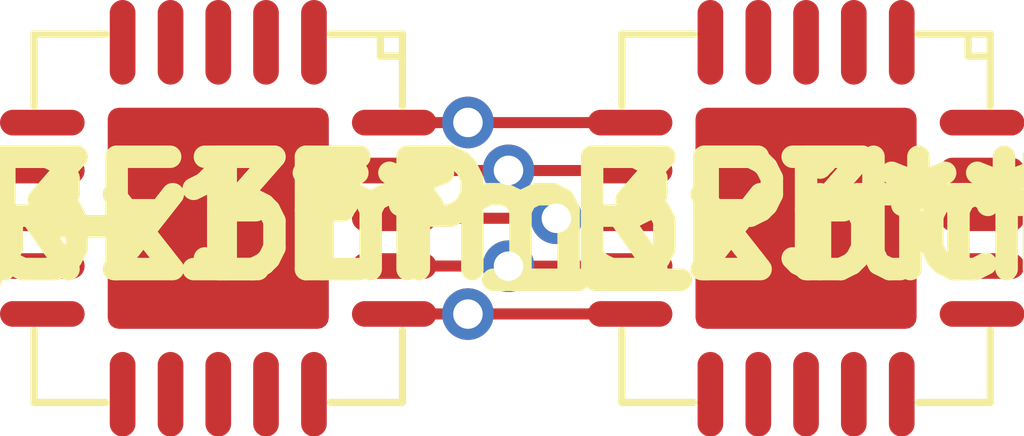
<source format=kicad_pcb>
(kicad_pcb (version 4) (host pcbnew 4.1.0-alpha+201608131231+7028~46~ubuntu16.04.1-product)

  (general
    (links 0)
    (no_connects 0)
    (area 64.484286 97.98836 112.715715 104.31164)
    (thickness 1.6)
    (drawings 0)
    (tracks 24)
    (zones 0)
    (modules 2)
    (nets 1)
  )

  (page A4)
  (layers
    (0 F.Cu signal)
    (31 B.Cu signal)
    (32 B.Adhes user)
    (33 F.Adhes user)
    (34 B.Paste user)
    (35 F.Paste user)
    (36 B.SilkS user hide)
    (37 F.SilkS user hide)
    (38 B.Mask user hide)
    (39 F.Mask user hide)
    (40 Dwgs.User user hide)
    (41 Cmts.User user)
    (42 Eco1.User user)
    (43 Eco2.User user)
    (44 Edge.Cuts user)
    (45 Margin user)
    (46 B.CrtYd user hide)
    (47 F.CrtYd user hide)
    (48 B.Fab user)
    (49 F.Fab user hide)
  )

  (setup
    (last_trace_width 0.25)
    (trace_clearance 0.2)
    (zone_clearance 0.508)
    (zone_45_only no)
    (trace_min 0.2)
    (segment_width 0.2)
    (edge_width 0.15)
    (via_size 0.8)
    (via_drill 0.4)
    (via_min_size 0.4)
    (via_min_drill 0.3)
    (uvia_size 0.3)
    (uvia_drill 0.1)
    (uvias_allowed no)
    (uvia_min_size 0.2)
    (uvia_min_drill 0.1)
    (pcb_text_width 0.3)
    (pcb_text_size 1.5 1.5)
    (mod_edge_width 0.15)
    (mod_text_size 1 1)
    (mod_text_width 0.15)
    (pad_size 3 3)
    (pad_drill 0)
    (pad_to_mask_clearance 0.2)
    (aux_axis_origin 0 0)
    (visible_elements FFFFFF7F)
    (pcbplotparams
      (layerselection 0x00030_ffffffff)
      (usegerberextensions false)
      (excludeedgelayer true)
      (linewidth 0.100000)
      (plotframeref false)
      (viasonmask false)
      (mode 1)
      (useauxorigin false)
      (hpglpennumber 1)
      (hpglpenspeed 20)
      (hpglpendiameter 15)
      (psnegative false)
      (psa4output false)
      (plotreference true)
      (plotvalue true)
      (plotinvisibletext false)
      (padsonsilk false)
      (subtractmaskfromsilk false)
      (outputformat 1)
      (mirror false)
      (drillshape 0)
      (scaleselection 1)
      (outputdirectory gerber))
  )

  (net 0 "")

  (net_class Default "This is the default net class."
    (clearance 0.2)
    (trace_width 0.25)
    (via_dia 0.8)
    (via_drill 0.4)
    (uvia_dia 0.3)
    (uvia_drill 0.1)
  )

  (module tinkerforge-libraries:QFN-20-5x5 (layer F.Cu) (tedit 57B37B57) (tstamp 57C2E0A5)
    (at 84.6124 101.15 180)
    (fp_text reference REF** (at 0 0 180) (layer F.SilkS)
      (effects (font (thickness 0.3048)))
    )
    (fp_text value QFN-16-1EP_3x3mm_Pitch0.5mm (at 0 0 180) (layer F.SilkS)
      (effects (font (thickness 0.3048)))
    )
    (fp_line (start -2.49936 -2.49936) (end -1.524 -2.49936) (layer F.SilkS) (width 0.09906))
    (fp_line (start 1.524 -2.49936) (end 2.49936 -2.49936) (layer F.SilkS) (width 0.09906))
    (fp_line (start 2.49936 -2.49936) (end 2.49936 -1.524) (layer F.SilkS) (width 0.09906))
    (fp_line (start 2.49936 1.524) (end 2.49936 2.49936) (layer F.SilkS) (width 0.09906))
    (fp_line (start -2.49936 2.49936) (end -1.524 2.49936) (layer F.SilkS) (width 0.09906))
    (fp_line (start 1.524 2.49936) (end 2.49936 2.49936) (layer F.SilkS) (width 0.09906))
    (fp_line (start -2.49936 -2.49936) (end -2.49936 -1.524) (layer F.SilkS) (width 0.09906))
    (fp_line (start -2.49936 1.524) (end -2.49936 2.49936) (layer F.SilkS) (width 0.09906))
    (fp_line (start -2.49936 2.19964) (end -2.19964 2.19964) (layer F.SilkS) (width 0.09906))
    (fp_line (start -2.19964 2.19964) (end -2.19964 2.49936) (layer F.SilkS) (width 0.09906))
    (pad 1 smd oval (at -1.29794 2.3876) (size 0.34798 1.14808) (layers F.Cu F.Paste F.Mask))
    (pad 2 smd oval (at -0.6477 2.3876) (size 0.34798 1.14808) (layers F.Cu F.Paste F.Mask))
    (pad 3 smd oval (at 0 2.3876) (size 0.34798 1.14808) (layers F.Cu F.Paste F.Mask))
    (pad 4 smd oval (at 0.6477 2.3876) (size 0.34798 1.14808) (layers F.Cu F.Paste F.Mask))
    (pad 5 smd oval (at 1.29794 2.3876) (size 0.34798 1.14808) (layers F.Cu F.Paste F.Mask))
    (pad 6 smd oval (at 2.3876 1.29794 90) (size 0.34798 1.14808) (layers F.Cu F.Paste F.Mask))
    (pad 7 smd oval (at 2.3876 0.6477 90) (size 0.34798 1.14808) (layers F.Cu F.Paste F.Mask))
    (pad 8 smd oval (at 2.3876 0 90) (size 0.34798 1.14808) (layers F.Cu F.Paste F.Mask))
    (pad 9 smd oval (at 2.3876 -0.6477 90) (size 0.34798 1.14808) (layers F.Cu F.Paste F.Mask))
    (pad 10 smd oval (at 2.3876 -1.29794 90) (size 0.34798 1.14808) (layers F.Cu F.Paste F.Mask))
    (pad 11 smd oval (at 1.29794 -2.3876 180) (size 0.34798 1.14808) (layers F.Cu F.Paste F.Mask))
    (pad 12 smd oval (at 0.6477 -2.3876 180) (size 0.34798 1.14808) (layers F.Cu F.Paste F.Mask))
    (pad 13 smd oval (at 0 -2.3876 180) (size 0.34798 1.14808) (layers F.Cu F.Paste F.Mask))
    (pad 14 smd oval (at -0.6477 -2.3876 180) (size 0.34798 1.14808) (layers F.Cu F.Paste F.Mask))
    (pad 15 smd oval (at -1.29794 -2.3876 180) (size 0.34798 1.14808) (layers F.Cu F.Paste F.Mask))
    (pad 16 smd oval (at -2.3876 -1.29794 270) (size 0.34798 1.14808) (layers F.Cu F.Paste F.Mask))
    (pad 17 smd oval (at -2.3876 -0.6477 270) (size 0.34798 1.14808) (layers F.Cu F.Paste F.Mask))
    (pad 18 smd oval (at -2.3876 0 270) (size 0.34798 1.14808) (layers F.Cu F.Paste F.Mask))
    (pad 19 smd oval (at -2.3876 0.6477 270) (size 0.34798 1.14808) (layers F.Cu F.Paste F.Mask))
    (pad 20 smd oval (at -2.3876 1.29794 270) (size 0.34798 1.14808) (layers F.Cu F.Paste F.Mask))
    (pad EP smd roundrect (at 0 0 180) (size 3 3) (layers F.Cu F.Paste F.Mask)(roundrect_rratio 0.05))
  )

  (module tinkerforge-libraries:QFN-20-5x5 (layer F.Cu) (tedit 57B37B57) (tstamp 57BEC41E)
    (at 92.5876 101.15 180)
    (fp_text reference REF** (at 0 0 180) (layer F.SilkS)
      (effects (font (thickness 0.3048)))
    )
    (fp_text value QFN-16-1EP_3x3mm_Pitch0.5mm (at 0 0 180) (layer F.SilkS)
      (effects (font (thickness 0.3048)))
    )
    (fp_line (start -2.49936 -2.49936) (end -1.524 -2.49936) (layer F.SilkS) (width 0.09906))
    (fp_line (start 1.524 -2.49936) (end 2.49936 -2.49936) (layer F.SilkS) (width 0.09906))
    (fp_line (start 2.49936 -2.49936) (end 2.49936 -1.524) (layer F.SilkS) (width 0.09906))
    (fp_line (start 2.49936 1.524) (end 2.49936 2.49936) (layer F.SilkS) (width 0.09906))
    (fp_line (start -2.49936 2.49936) (end -1.524 2.49936) (layer F.SilkS) (width 0.09906))
    (fp_line (start 1.524 2.49936) (end 2.49936 2.49936) (layer F.SilkS) (width 0.09906))
    (fp_line (start -2.49936 -2.49936) (end -2.49936 -1.524) (layer F.SilkS) (width 0.09906))
    (fp_line (start -2.49936 1.524) (end -2.49936 2.49936) (layer F.SilkS) (width 0.09906))
    (fp_line (start -2.49936 2.19964) (end -2.19964 2.19964) (layer F.SilkS) (width 0.09906))
    (fp_line (start -2.19964 2.19964) (end -2.19964 2.49936) (layer F.SilkS) (width 0.09906))
    (pad 1 smd oval (at -1.29794 2.3876) (size 0.34798 1.14808) (layers F.Cu F.Paste F.Mask))
    (pad 2 smd oval (at -0.6477 2.3876) (size 0.34798 1.14808) (layers F.Cu F.Paste F.Mask))
    (pad 3 smd oval (at 0 2.3876) (size 0.34798 1.14808) (layers F.Cu F.Paste F.Mask))
    (pad 4 smd oval (at 0.6477 2.3876) (size 0.34798 1.14808) (layers F.Cu F.Paste F.Mask))
    (pad 5 smd oval (at 1.29794 2.3876) (size 0.34798 1.14808) (layers F.Cu F.Paste F.Mask))
    (pad 6 smd oval (at 2.3876 1.29794 90) (size 0.34798 1.14808) (layers F.Cu F.Paste F.Mask))
    (pad 7 smd oval (at 2.3876 0.6477 90) (size 0.34798 1.14808) (layers F.Cu F.Paste F.Mask))
    (pad 8 smd oval (at 2.3876 0 90) (size 0.34798 1.14808) (layers F.Cu F.Paste F.Mask))
    (pad 9 smd oval (at 2.3876 -0.6477 90) (size 0.34798 1.14808) (layers F.Cu F.Paste F.Mask))
    (pad 10 smd oval (at 2.3876 -1.29794 90) (size 0.34798 1.14808) (layers F.Cu F.Paste F.Mask))
    (pad 11 smd oval (at 1.29794 -2.3876 180) (size 0.34798 1.14808) (layers F.Cu F.Paste F.Mask))
    (pad 12 smd oval (at 0.6477 -2.3876 180) (size 0.34798 1.14808) (layers F.Cu F.Paste F.Mask))
    (pad 13 smd oval (at 0 -2.3876 180) (size 0.34798 1.14808) (layers F.Cu F.Paste F.Mask))
    (pad 14 smd oval (at -0.6477 -2.3876 180) (size 0.34798 1.14808) (layers F.Cu F.Paste F.Mask))
    (pad 15 smd oval (at -1.29794 -2.3876 180) (size 0.34798 1.14808) (layers F.Cu F.Paste F.Mask))
    (pad 16 smd oval (at -2.3876 -1.29794 270) (size 0.34798 1.14808) (layers F.Cu F.Paste F.Mask))
    (pad 17 smd oval (at -2.3876 -0.6477 270) (size 0.34798 1.14808) (layers F.Cu F.Paste F.Mask))
    (pad 18 smd oval (at -2.3876 0 270) (size 0.34798 1.14808) (layers F.Cu F.Paste F.Mask))
    (pad 19 smd oval (at -2.3876 0.6477 270) (size 0.34798 1.14808) (layers F.Cu F.Paste F.Mask))
    (pad 20 smd oval (at -2.3876 1.29794 270) (size 0.34798 1.14808) (layers F.Cu F.Paste F.Mask))
    (pad EP smd roundrect (at 0 0 180) (size 3 3) (layers F.Cu F.Paste F.Mask)(roundrect_rratio 0.05))
  )

  (segment (start 89.9124 102.44794) (end 88.00206 102.44794) (width 0.15) (layer F.Cu) (net 0))
  (segment (start 88.00206 102.44794) (end 88 102.45) (width 0.25) (layer F.Cu) (net 0))
  (segment (start 87 102.44794) (end 87.94794 102.44794) (width 0.15) (layer F.Cu) (net 0))
  (via (at 88 102.45) (size 0.7) (drill 0.4) (layers F.Cu B.Cu) (net 0))
  (segment (start 88.55 101.8) (end 89.9101 101.8) (width 0.15) (layer F.Cu) (net 0))
  (segment (start 89.9101 101.8) (end 89.9124 101.7977) (width 0.25) (layer F.Cu) (net 0))
  (segment (start 89.9124 101.15) (end 89.22 101.15) (width 0.15) (layer F.Cu) (net 0))
  (segment (start 89.22 101.15) (end 89.2 101.17) (width 0.25) (layer F.Cu) (net 0))
  (segment (start 89.15 101.15) (end 89.2 101.2) (width 0.25) (layer F.Cu) (net 0))
  (via (at 89.2 101.15) (size 0.7) (drill 0.4) (layers F.Cu B.Cu) (net 0))
  (segment (start 87 101.7977) (end 88.3977 101.7977) (width 0.15) (layer F.Cu) (net 0))
  (segment (start 88.3977 101.7977) (end 88.4 101.8) (width 0.25) (layer F.Cu) (net 0))
  (via (at 88.55 101.8) (size 0.7) (drill 0.4) (layers F.Cu B.Cu) (net 0))
  (segment (start 87 101.15) (end 89.1 101.15) (width 0.15) (layer F.Cu) (net 0))
  (segment (start 89.9124 100.5023) (end 88.5023 100.5023) (width 0.15) (layer F.Cu) (net 0))
  (segment (start 88.5023 100.5023) (end 88.5 100.5) (width 0.25) (layer F.Cu) (net 0))
  (segment (start 87 100.5023) (end 88.4977 100.5023) (width 0.15) (layer F.Cu) (net 0))
  (segment (start 88.4977 100.5023) (end 88.5 100.5) (width 0.25) (layer F.Cu) (net 0))
  (via (at 88.55 100.5) (size 0.7) (drill 0.4) (layers F.Cu B.Cu) (net 0))
  (segment (start 89.9124 99.85206) (end 88.00206 99.85206) (width 0.15) (layer F.Cu) (net 0))
  (segment (start 88.00206 99.85206) (end 88 99.85) (width 0.25) (layer F.Cu) (net 0))
  (segment (start 87 99.85206) (end 87.94794 99.85206) (width 0.15) (layer F.Cu) (net 0))
  (segment (start 87.94794 99.85206) (end 88 99.8) (width 0.25) (layer F.Cu) (net 0))
  (via (at 88 99.85) (size 0.7) (drill 0.4) (layers F.Cu B.Cu) (net 0))

)

</source>
